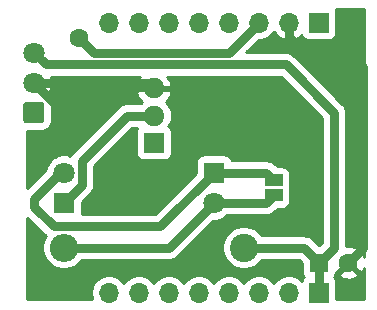
<source format=gbr>
%TF.GenerationSoftware,KiCad,Pcbnew,(5.1.7)-1*%
%TF.CreationDate,2020-12-07T09:32:12+01:00*%
%TF.ProjectId,RcOid,52634f69-642e-46b6-9963-61645f706362,1*%
%TF.SameCoordinates,Original*%
%TF.FileFunction,Copper,L1,Top*%
%TF.FilePolarity,Positive*%
%FSLAX46Y46*%
G04 Gerber Fmt 4.6, Leading zero omitted, Abs format (unit mm)*
G04 Created by KiCad (PCBNEW (5.1.7)-1) date 2020-12-07 09:32:12*
%MOMM*%
%LPD*%
G01*
G04 APERTURE LIST*
%TA.AperFunction,ComponentPad*%
%ADD10O,1.800000X1.717500*%
%TD*%
%TA.AperFunction,ComponentPad*%
%ADD11R,1.800000X1.717500*%
%TD*%
%TA.AperFunction,SMDPad,CuDef*%
%ADD12R,1.500000X1.000000*%
%TD*%
%TA.AperFunction,ComponentPad*%
%ADD13C,1.800000*%
%TD*%
%TA.AperFunction,ComponentPad*%
%ADD14R,1.800000X1.800000*%
%TD*%
%TA.AperFunction,ComponentPad*%
%ADD15R,1.600000X1.600000*%
%TD*%
%TA.AperFunction,ComponentPad*%
%ADD16C,1.600000*%
%TD*%
%TA.AperFunction,ComponentPad*%
%ADD17R,1.700000X1.700000*%
%TD*%
%TA.AperFunction,ComponentPad*%
%ADD18O,1.700000X1.700000*%
%TD*%
%TA.AperFunction,ComponentPad*%
%ADD19C,2.400000*%
%TD*%
%TA.AperFunction,ComponentPad*%
%ADD20O,2.400000X2.400000*%
%TD*%
%TA.AperFunction,ViaPad*%
%ADD21C,1.600000*%
%TD*%
%TA.AperFunction,Conductor*%
%ADD22C,0.800000*%
%TD*%
%TA.AperFunction,Conductor*%
%ADD23C,0.254000*%
%TD*%
%TA.AperFunction,Conductor*%
%ADD24C,0.100000*%
%TD*%
G04 APERTURE END LIST*
D10*
%TO.P,Q1,3*%
%TO.N,GND*%
X134620000Y-99560000D03*
%TO.P,Q1,2*%
%TO.N,Net-(D1-Pad1)*%
X134620000Y-101850000D03*
D11*
%TO.P,Q1,1*%
%TO.N,Net-(J1-Pad4)*%
X134620000Y-104140000D03*
%TD*%
D12*
%TO.P,JP1,1*%
%TO.N,Net-(D2-Pad2)*%
X144780000Y-108600000D03*
%TO.P,JP1,2*%
%TO.N,Net-(D1-Pad2)*%
X144780000Y-107300000D03*
%TD*%
D13*
%TO.P,D2,2*%
%TO.N,Net-(D2-Pad2)*%
X139700000Y-109220000D03*
D14*
%TO.P,D2,1*%
%TO.N,Net-(D1-Pad2)*%
X139700000Y-106680000D03*
%TD*%
D13*
%TO.P,D1,2*%
%TO.N,Net-(D1-Pad2)*%
X127000000Y-106680000D03*
D14*
%TO.P,D1,1*%
%TO.N,Net-(D1-Pad1)*%
X127000000Y-109220000D03*
%TD*%
D15*
%TO.P,C1,1*%
%TO.N,+3V3*%
X148590000Y-114300000D03*
D16*
%TO.P,C1,2*%
%TO.N,GND*%
X151090000Y-114300000D03*
%TD*%
D17*
%TO.P,J1,1*%
%TO.N,Net-(J1-Pad1)*%
X148590000Y-93980000D03*
D18*
%TO.P,J1,2*%
%TO.N,GND*%
X146050000Y-93980000D03*
%TO.P,J1,3*%
%TO.N,Net-(J1-Pad3)*%
X143510000Y-93980000D03*
%TO.P,J1,4*%
%TO.N,Net-(J1-Pad4)*%
X140970000Y-93980000D03*
%TO.P,J1,5*%
%TO.N,Net-(J1-Pad5)*%
X138430000Y-93980000D03*
%TO.P,J1,6*%
%TO.N,Net-(J1-Pad6)*%
X135890000Y-93980000D03*
%TO.P,J1,7*%
%TO.N,Net-(J1-Pad7)*%
X133350000Y-93980000D03*
%TO.P,J1,8*%
%TO.N,Net-(J1-Pad8)*%
X130810000Y-93980000D03*
%TD*%
%TO.P,J2,8*%
%TO.N,Net-(J2-Pad8)*%
X130810000Y-116840000D03*
%TO.P,J2,7*%
%TO.N,Net-(J2-Pad7)*%
X133350000Y-116840000D03*
%TO.P,J2,6*%
%TO.N,Net-(J2-Pad6)*%
X135890000Y-116840000D03*
%TO.P,J2,5*%
%TO.N,Net-(J2-Pad5)*%
X138430000Y-116840000D03*
%TO.P,J2,4*%
%TO.N,Net-(J2-Pad4)*%
X140970000Y-116840000D03*
%TO.P,J2,3*%
%TO.N,Net-(J2-Pad3)*%
X143510000Y-116840000D03*
%TO.P,J2,2*%
%TO.N,Net-(J2-Pad2)*%
X146050000Y-116840000D03*
D17*
%TO.P,J2,1*%
%TO.N,+3V3*%
X148590000Y-116840000D03*
%TD*%
D19*
%TO.P,R1,1*%
%TO.N,+3V3*%
X142240000Y-113030000D03*
D20*
%TO.P,R1,2*%
%TO.N,Net-(D2-Pad2)*%
X127000000Y-113030000D03*
%TD*%
%TO.P,U1,1*%
%TO.N,Net-(J1-Pad3)*%
%TA.AperFunction,ComponentPad*%
G36*
G01*
X125109800Y-102500000D02*
X123810200Y-102500000D01*
G75*
G02*
X123560000Y-102249800I0J250200D01*
G01*
X123560000Y-100950200D01*
G75*
G02*
X123810200Y-100700000I250200J0D01*
G01*
X125109800Y-100700000D01*
G75*
G02*
X125360000Y-100950200I0J-250200D01*
G01*
X125360000Y-102249800D01*
G75*
G02*
X125109800Y-102500000I-250200J0D01*
G01*
G37*
%TD.AperFunction*%
D13*
%TO.P,U1,2*%
%TO.N,GND*%
X124460000Y-99060000D03*
%TO.P,U1,3*%
%TO.N,+3V3*%
X124460000Y-96520000D03*
%TD*%
D21*
%TO.N,GND*%
X128270000Y-102870000D03*
%TO.N,Net-(J1-Pad3)*%
X128270000Y-95250000D03*
%TD*%
D22*
%TO.N,+3V3*%
X147320000Y-113030000D02*
X148590000Y-114300000D01*
X142240000Y-113030000D02*
X147320000Y-113030000D01*
X148590000Y-114300000D02*
X148590000Y-116840000D01*
X149860000Y-113030000D02*
X148590000Y-114300000D01*
X145780010Y-97520010D02*
X149860000Y-101600000D01*
X125460010Y-97520010D02*
X145780010Y-97520010D01*
X149860000Y-101600000D02*
X149860000Y-113030000D01*
X124460000Y-96520000D02*
X125460010Y-97520010D01*
%TO.N,GND*%
X146050000Y-95182081D02*
X147387919Y-96520000D01*
X146050000Y-93980000D02*
X146050000Y-95182081D01*
X147387919Y-96520000D02*
X151130000Y-96520000D01*
X151130000Y-96520000D02*
X152360000Y-97750000D01*
X152360000Y-113030000D02*
X151090000Y-114300000D01*
X152360000Y-97750000D02*
X152360000Y-113030000D01*
X128270000Y-102870000D02*
X124460000Y-99060000D01*
X134120000Y-99060000D02*
X134620000Y-99560000D01*
X124460000Y-99060000D02*
X134120000Y-99060000D01*
%TO.N,Net-(D1-Pad1)*%
X127000000Y-109220000D02*
X127000000Y-108921248D01*
X128500001Y-107719999D02*
X128500001Y-105679999D01*
X127000000Y-109220000D02*
X128500001Y-107719999D01*
X132330000Y-101850000D02*
X134620000Y-101850000D01*
X128500001Y-105679999D02*
X132330000Y-101850000D01*
%TO.N,Net-(D1-Pad2)*%
X144160000Y-106680000D02*
X144780000Y-107300000D01*
X139700000Y-106680000D02*
X144160000Y-106680000D01*
X126129997Y-111229999D02*
X124460000Y-109560002D01*
X135150001Y-111229999D02*
X126129997Y-111229999D01*
X139700000Y-106680000D02*
X135150001Y-111229999D01*
X126659998Y-106680000D02*
X127000000Y-106680000D01*
X124460000Y-108879998D02*
X126659998Y-106680000D01*
X124460000Y-109560002D02*
X124460000Y-108879998D01*
%TO.N,Net-(J1-Pad3)*%
X143510000Y-93980000D02*
X140970000Y-96520000D01*
X140970000Y-96520000D02*
X129540000Y-96520000D01*
X129540000Y-96520000D02*
X128270000Y-95250000D01*
%TO.N,Net-(D2-Pad2)*%
X135890000Y-113030000D02*
X139700000Y-109220000D01*
X127000000Y-113030000D02*
X135890000Y-113030000D01*
X144160000Y-109220000D02*
X144780000Y-108600000D01*
X139700000Y-109220000D02*
X144160000Y-109220000D01*
%TD*%
D23*
%TO.N,GND*%
X152455000Y-113855392D02*
X152393603Y-113683708D01*
X152326671Y-113558486D01*
X152082702Y-113486903D01*
X151269605Y-114300000D01*
X152082702Y-115113097D01*
X152326671Y-115041514D01*
X152447571Y-114786004D01*
X152455000Y-114756366D01*
X152455000Y-117375000D01*
X150078072Y-117375000D01*
X150078072Y-115990000D01*
X150065812Y-115865518D01*
X150029502Y-115745820D01*
X149970537Y-115635506D01*
X149891185Y-115538815D01*
X149867374Y-115519274D01*
X149920537Y-115454494D01*
X149979502Y-115344180D01*
X149995117Y-115292702D01*
X150276903Y-115292702D01*
X150348486Y-115536671D01*
X150603996Y-115657571D01*
X150878184Y-115726300D01*
X151160512Y-115740217D01*
X151440130Y-115698787D01*
X151706292Y-115603603D01*
X151831514Y-115536671D01*
X151903097Y-115292702D01*
X151090000Y-114479605D01*
X150276903Y-115292702D01*
X149995117Y-115292702D01*
X150015812Y-115224482D01*
X150028072Y-115100000D01*
X150028072Y-115092785D01*
X150097298Y-115113097D01*
X150910395Y-114300000D01*
X150896253Y-114285858D01*
X151075858Y-114106253D01*
X151090000Y-114120395D01*
X151903097Y-113307298D01*
X151831514Y-113063329D01*
X151576004Y-112942429D01*
X151301816Y-112873700D01*
X151019488Y-112859783D01*
X150895000Y-112878228D01*
X150895000Y-101650827D01*
X150900006Y-101599999D01*
X150895000Y-101549171D01*
X150895000Y-101549162D01*
X150880024Y-101397105D01*
X150820841Y-101202007D01*
X150774123Y-101114604D01*
X150724734Y-101022202D01*
X150627803Y-100904092D01*
X150595396Y-100864604D01*
X150555908Y-100832197D01*
X146547817Y-96824107D01*
X146515406Y-96784614D01*
X146357807Y-96655276D01*
X146178003Y-96559169D01*
X145982905Y-96499986D01*
X145830848Y-96485010D01*
X145830838Y-96485010D01*
X145780010Y-96480004D01*
X145729182Y-96485010D01*
X142468700Y-96485010D01*
X143488711Y-95465000D01*
X143656260Y-95465000D01*
X143943158Y-95407932D01*
X144213411Y-95295990D01*
X144456632Y-95133475D01*
X144663475Y-94926632D01*
X144785195Y-94744466D01*
X144854822Y-94861355D01*
X145049731Y-95077588D01*
X145283080Y-95251641D01*
X145545901Y-95376825D01*
X145693110Y-95421476D01*
X145923000Y-95300155D01*
X145923000Y-94107000D01*
X145903000Y-94107000D01*
X145903000Y-93853000D01*
X145923000Y-93853000D01*
X145923000Y-93833000D01*
X146177000Y-93833000D01*
X146177000Y-93853000D01*
X146197000Y-93853000D01*
X146197000Y-94107000D01*
X146177000Y-94107000D01*
X146177000Y-95300155D01*
X146406890Y-95421476D01*
X146554099Y-95376825D01*
X146816920Y-95251641D01*
X147050269Y-95077588D01*
X147126034Y-94993534D01*
X147150498Y-95074180D01*
X147209463Y-95184494D01*
X147288815Y-95281185D01*
X147385506Y-95360537D01*
X147495820Y-95419502D01*
X147615518Y-95455812D01*
X147740000Y-95468072D01*
X149440000Y-95468072D01*
X149564482Y-95455812D01*
X149684180Y-95419502D01*
X149794494Y-95360537D01*
X149891185Y-95281185D01*
X149970537Y-95184494D01*
X150029502Y-95074180D01*
X150065812Y-94954482D01*
X150078072Y-94830000D01*
X150078072Y-93130000D01*
X150065812Y-93005518D01*
X150029502Y-92885820D01*
X150007683Y-92845001D01*
X152455001Y-92845001D01*
X152455000Y-113855392D01*
%TA.AperFunction,Conductor*%
D24*
G36*
X152455000Y-113855392D02*
G01*
X152393603Y-113683708D01*
X152326671Y-113558486D01*
X152082702Y-113486903D01*
X151269605Y-114300000D01*
X152082702Y-115113097D01*
X152326671Y-115041514D01*
X152447571Y-114786004D01*
X152455000Y-114756366D01*
X152455000Y-117375000D01*
X150078072Y-117375000D01*
X150078072Y-115990000D01*
X150065812Y-115865518D01*
X150029502Y-115745820D01*
X149970537Y-115635506D01*
X149891185Y-115538815D01*
X149867374Y-115519274D01*
X149920537Y-115454494D01*
X149979502Y-115344180D01*
X149995117Y-115292702D01*
X150276903Y-115292702D01*
X150348486Y-115536671D01*
X150603996Y-115657571D01*
X150878184Y-115726300D01*
X151160512Y-115740217D01*
X151440130Y-115698787D01*
X151706292Y-115603603D01*
X151831514Y-115536671D01*
X151903097Y-115292702D01*
X151090000Y-114479605D01*
X150276903Y-115292702D01*
X149995117Y-115292702D01*
X150015812Y-115224482D01*
X150028072Y-115100000D01*
X150028072Y-115092785D01*
X150097298Y-115113097D01*
X150910395Y-114300000D01*
X150896253Y-114285858D01*
X151075858Y-114106253D01*
X151090000Y-114120395D01*
X151903097Y-113307298D01*
X151831514Y-113063329D01*
X151576004Y-112942429D01*
X151301816Y-112873700D01*
X151019488Y-112859783D01*
X150895000Y-112878228D01*
X150895000Y-101650827D01*
X150900006Y-101599999D01*
X150895000Y-101549171D01*
X150895000Y-101549162D01*
X150880024Y-101397105D01*
X150820841Y-101202007D01*
X150774123Y-101114604D01*
X150724734Y-101022202D01*
X150627803Y-100904092D01*
X150595396Y-100864604D01*
X150555908Y-100832197D01*
X146547817Y-96824107D01*
X146515406Y-96784614D01*
X146357807Y-96655276D01*
X146178003Y-96559169D01*
X145982905Y-96499986D01*
X145830848Y-96485010D01*
X145830838Y-96485010D01*
X145780010Y-96480004D01*
X145729182Y-96485010D01*
X142468700Y-96485010D01*
X143488711Y-95465000D01*
X143656260Y-95465000D01*
X143943158Y-95407932D01*
X144213411Y-95295990D01*
X144456632Y-95133475D01*
X144663475Y-94926632D01*
X144785195Y-94744466D01*
X144854822Y-94861355D01*
X145049731Y-95077588D01*
X145283080Y-95251641D01*
X145545901Y-95376825D01*
X145693110Y-95421476D01*
X145923000Y-95300155D01*
X145923000Y-94107000D01*
X145903000Y-94107000D01*
X145903000Y-93853000D01*
X145923000Y-93853000D01*
X145923000Y-93833000D01*
X146177000Y-93833000D01*
X146177000Y-93853000D01*
X146197000Y-93853000D01*
X146197000Y-94107000D01*
X146177000Y-94107000D01*
X146177000Y-95300155D01*
X146406890Y-95421476D01*
X146554099Y-95376825D01*
X146816920Y-95251641D01*
X147050269Y-95077588D01*
X147126034Y-94993534D01*
X147150498Y-95074180D01*
X147209463Y-95184494D01*
X147288815Y-95281185D01*
X147385506Y-95360537D01*
X147495820Y-95419502D01*
X147615518Y-95455812D01*
X147740000Y-95468072D01*
X149440000Y-95468072D01*
X149564482Y-95455812D01*
X149684180Y-95419502D01*
X149794494Y-95360537D01*
X149891185Y-95281185D01*
X149970537Y-95184494D01*
X150029502Y-95074180D01*
X150065812Y-94954482D01*
X150078072Y-94830000D01*
X150078072Y-93130000D01*
X150065812Y-93005518D01*
X150029502Y-92885820D01*
X150007683Y-92845001D01*
X152455001Y-92845001D01*
X152455000Y-113855392D01*
G37*
%TD.AperFunction*%
D23*
X133322828Y-98753512D02*
X133189622Y-99014027D01*
X133128600Y-99201736D01*
X133249805Y-99433000D01*
X134493000Y-99433000D01*
X134493000Y-99413000D01*
X134747000Y-99413000D01*
X134747000Y-99433000D01*
X135990195Y-99433000D01*
X136111400Y-99201736D01*
X136050378Y-99014027D01*
X135917172Y-98753512D01*
X135760228Y-98555010D01*
X145351300Y-98555010D01*
X148825000Y-102028711D01*
X148825001Y-112601288D01*
X148590000Y-112836289D01*
X148087807Y-112334097D01*
X148055396Y-112294604D01*
X147897797Y-112165266D01*
X147717993Y-112069159D01*
X147522895Y-112009976D01*
X147370838Y-111995000D01*
X147370828Y-111995000D01*
X147320000Y-111989994D01*
X147269172Y-111995000D01*
X143755371Y-111995000D01*
X143665338Y-111860256D01*
X143409744Y-111604662D01*
X143109199Y-111403844D01*
X142775250Y-111265518D01*
X142420732Y-111195000D01*
X142059268Y-111195000D01*
X141704750Y-111265518D01*
X141370801Y-111403844D01*
X141070256Y-111604662D01*
X140814662Y-111860256D01*
X140613844Y-112160801D01*
X140475518Y-112494750D01*
X140405000Y-112849268D01*
X140405000Y-113210732D01*
X140475518Y-113565250D01*
X140613844Y-113899199D01*
X140814662Y-114199744D01*
X141070256Y-114455338D01*
X141370801Y-114656156D01*
X141704750Y-114794482D01*
X142059268Y-114865000D01*
X142420732Y-114865000D01*
X142775250Y-114794482D01*
X143109199Y-114656156D01*
X143409744Y-114455338D01*
X143665338Y-114199744D01*
X143755371Y-114065000D01*
X146891290Y-114065000D01*
X147151928Y-114325638D01*
X147151928Y-115100000D01*
X147164188Y-115224482D01*
X147200498Y-115344180D01*
X147259463Y-115454494D01*
X147312626Y-115519274D01*
X147288815Y-115538815D01*
X147209463Y-115635506D01*
X147150498Y-115745820D01*
X147128487Y-115818380D01*
X146996632Y-115686525D01*
X146753411Y-115524010D01*
X146483158Y-115412068D01*
X146196260Y-115355000D01*
X145903740Y-115355000D01*
X145616842Y-115412068D01*
X145346589Y-115524010D01*
X145103368Y-115686525D01*
X144896525Y-115893368D01*
X144780000Y-116067760D01*
X144663475Y-115893368D01*
X144456632Y-115686525D01*
X144213411Y-115524010D01*
X143943158Y-115412068D01*
X143656260Y-115355000D01*
X143363740Y-115355000D01*
X143076842Y-115412068D01*
X142806589Y-115524010D01*
X142563368Y-115686525D01*
X142356525Y-115893368D01*
X142240000Y-116067760D01*
X142123475Y-115893368D01*
X141916632Y-115686525D01*
X141673411Y-115524010D01*
X141403158Y-115412068D01*
X141116260Y-115355000D01*
X140823740Y-115355000D01*
X140536842Y-115412068D01*
X140266589Y-115524010D01*
X140023368Y-115686525D01*
X139816525Y-115893368D01*
X139700000Y-116067760D01*
X139583475Y-115893368D01*
X139376632Y-115686525D01*
X139133411Y-115524010D01*
X138863158Y-115412068D01*
X138576260Y-115355000D01*
X138283740Y-115355000D01*
X137996842Y-115412068D01*
X137726589Y-115524010D01*
X137483368Y-115686525D01*
X137276525Y-115893368D01*
X137160000Y-116067760D01*
X137043475Y-115893368D01*
X136836632Y-115686525D01*
X136593411Y-115524010D01*
X136323158Y-115412068D01*
X136036260Y-115355000D01*
X135743740Y-115355000D01*
X135456842Y-115412068D01*
X135186589Y-115524010D01*
X134943368Y-115686525D01*
X134736525Y-115893368D01*
X134620000Y-116067760D01*
X134503475Y-115893368D01*
X134296632Y-115686525D01*
X134053411Y-115524010D01*
X133783158Y-115412068D01*
X133496260Y-115355000D01*
X133203740Y-115355000D01*
X132916842Y-115412068D01*
X132646589Y-115524010D01*
X132403368Y-115686525D01*
X132196525Y-115893368D01*
X132080000Y-116067760D01*
X131963475Y-115893368D01*
X131756632Y-115686525D01*
X131513411Y-115524010D01*
X131243158Y-115412068D01*
X130956260Y-115355000D01*
X130663740Y-115355000D01*
X130376842Y-115412068D01*
X130106589Y-115524010D01*
X129863368Y-115686525D01*
X129656525Y-115893368D01*
X129494010Y-116136589D01*
X129382068Y-116406842D01*
X129325000Y-116693740D01*
X129325000Y-116986260D01*
X129382068Y-117273158D01*
X129424252Y-117375000D01*
X123925000Y-117375000D01*
X123925000Y-110488712D01*
X125362194Y-111925907D01*
X125394601Y-111965395D01*
X125434089Y-111997802D01*
X125465521Y-112023597D01*
X125373844Y-112160801D01*
X125235518Y-112494750D01*
X125165000Y-112849268D01*
X125165000Y-113210732D01*
X125235518Y-113565250D01*
X125373844Y-113899199D01*
X125574662Y-114199744D01*
X125830256Y-114455338D01*
X126130801Y-114656156D01*
X126464750Y-114794482D01*
X126819268Y-114865000D01*
X127180732Y-114865000D01*
X127535250Y-114794482D01*
X127869199Y-114656156D01*
X128169744Y-114455338D01*
X128425338Y-114199744D01*
X128515371Y-114065000D01*
X135839172Y-114065000D01*
X135890000Y-114070006D01*
X135940828Y-114065000D01*
X135940838Y-114065000D01*
X136092895Y-114050024D01*
X136287993Y-113990841D01*
X136467797Y-113894734D01*
X136625396Y-113765396D01*
X136657807Y-113725903D01*
X139628711Y-110755000D01*
X139851184Y-110755000D01*
X140147743Y-110696011D01*
X140427095Y-110580299D01*
X140678505Y-110412312D01*
X140835817Y-110255000D01*
X144109172Y-110255000D01*
X144160000Y-110260006D01*
X144210828Y-110255000D01*
X144210838Y-110255000D01*
X144362895Y-110240024D01*
X144557993Y-110180841D01*
X144737797Y-110084734D01*
X144895396Y-109955396D01*
X144927807Y-109915903D01*
X145105638Y-109738072D01*
X145530000Y-109738072D01*
X145654482Y-109725812D01*
X145774180Y-109689502D01*
X145884494Y-109630537D01*
X145981185Y-109551185D01*
X146060537Y-109454494D01*
X146119502Y-109344180D01*
X146155812Y-109224482D01*
X146168072Y-109100000D01*
X146168072Y-108100000D01*
X146155812Y-107975518D01*
X146148071Y-107950000D01*
X146155812Y-107924482D01*
X146168072Y-107800000D01*
X146168072Y-106800000D01*
X146155812Y-106675518D01*
X146119502Y-106555820D01*
X146060537Y-106445506D01*
X145981185Y-106348815D01*
X145884494Y-106269463D01*
X145774180Y-106210498D01*
X145654482Y-106174188D01*
X145530000Y-106161928D01*
X145105638Y-106161928D01*
X144927807Y-105984097D01*
X144895396Y-105944604D01*
X144737797Y-105815266D01*
X144557993Y-105719159D01*
X144362895Y-105659976D01*
X144210838Y-105645000D01*
X144210828Y-105645000D01*
X144160000Y-105639994D01*
X144109172Y-105645000D01*
X141222621Y-105645000D01*
X141189502Y-105535820D01*
X141130537Y-105425506D01*
X141051185Y-105328815D01*
X140954494Y-105249463D01*
X140844180Y-105190498D01*
X140724482Y-105154188D01*
X140600000Y-105141928D01*
X138800000Y-105141928D01*
X138675518Y-105154188D01*
X138555820Y-105190498D01*
X138445506Y-105249463D01*
X138348815Y-105328815D01*
X138269463Y-105425506D01*
X138210498Y-105535820D01*
X138174188Y-105655518D01*
X138161928Y-105780000D01*
X138161928Y-106754361D01*
X134721291Y-110194999D01*
X128530685Y-110194999D01*
X128538072Y-110120000D01*
X128538072Y-109145639D01*
X129195909Y-108487802D01*
X129235397Y-108455395D01*
X129267804Y-108415907D01*
X129364735Y-108297797D01*
X129424570Y-108185852D01*
X129460842Y-108117992D01*
X129520025Y-107922894D01*
X129535001Y-107770837D01*
X129535001Y-107770834D01*
X129540008Y-107719999D01*
X129535001Y-107669164D01*
X129535001Y-106108709D01*
X132758711Y-102885000D01*
X133223731Y-102885000D01*
X133189463Y-102926756D01*
X133130498Y-103037070D01*
X133094188Y-103156768D01*
X133081928Y-103281250D01*
X133081928Y-104998750D01*
X133094188Y-105123232D01*
X133130498Y-105242930D01*
X133189463Y-105353244D01*
X133268815Y-105449935D01*
X133365506Y-105529287D01*
X133475820Y-105588252D01*
X133595518Y-105624562D01*
X133720000Y-105636822D01*
X135520000Y-105636822D01*
X135644482Y-105624562D01*
X135764180Y-105588252D01*
X135874494Y-105529287D01*
X135971185Y-105449935D01*
X136050537Y-105353244D01*
X136109502Y-105242930D01*
X136145812Y-105123232D01*
X136158072Y-104998750D01*
X136158072Y-103281250D01*
X136145812Y-103156768D01*
X136109502Y-103037070D01*
X136050537Y-102926756D01*
X135971185Y-102830065D01*
X135874494Y-102750713D01*
X135860550Y-102743260D01*
X135909267Y-102683898D01*
X136047972Y-102424399D01*
X136133386Y-102142826D01*
X136162227Y-101850000D01*
X136133386Y-101557174D01*
X136047972Y-101275601D01*
X135909267Y-101016102D01*
X135722601Y-100788649D01*
X135614079Y-100699587D01*
X135735702Y-100596010D01*
X135917172Y-100366488D01*
X136050378Y-100105973D01*
X136111400Y-99918264D01*
X135990195Y-99687000D01*
X134747000Y-99687000D01*
X134747000Y-99707000D01*
X134493000Y-99707000D01*
X134493000Y-99687000D01*
X133249805Y-99687000D01*
X133128600Y-99918264D01*
X133189622Y-100105973D01*
X133322828Y-100366488D01*
X133504298Y-100596010D01*
X133625921Y-100699587D01*
X133517399Y-100788649D01*
X133495773Y-100815000D01*
X132380835Y-100815000D01*
X132330000Y-100809993D01*
X132279165Y-100815000D01*
X132279162Y-100815000D01*
X132127105Y-100829976D01*
X131977415Y-100875385D01*
X131932006Y-100889159D01*
X131752202Y-100985266D01*
X131634092Y-101082197D01*
X131594604Y-101114604D01*
X131562197Y-101154092D01*
X127804093Y-104912197D01*
X127764606Y-104944603D01*
X127732199Y-104984091D01*
X127732198Y-104984092D01*
X127635267Y-105102202D01*
X127556731Y-105249134D01*
X127447743Y-105203989D01*
X127151184Y-105145000D01*
X126848816Y-105145000D01*
X126552257Y-105203989D01*
X126272905Y-105319701D01*
X126021495Y-105487688D01*
X125807688Y-105701495D01*
X125639701Y-105952905D01*
X125523989Y-106232257D01*
X125494183Y-106382105D01*
X123925000Y-107951288D01*
X123925000Y-103138072D01*
X125109800Y-103138072D01*
X125283093Y-103121004D01*
X125449727Y-103070456D01*
X125603297Y-102988371D01*
X125737903Y-102877903D01*
X125848371Y-102743297D01*
X125930456Y-102589727D01*
X125981004Y-102423093D01*
X125998072Y-102249800D01*
X125998072Y-100950200D01*
X125981004Y-100776907D01*
X125930456Y-100610273D01*
X125848371Y-100456703D01*
X125737903Y-100322097D01*
X125603297Y-100211629D01*
X125449727Y-100129544D01*
X125306488Y-100086093D01*
X124460000Y-99239605D01*
X124445858Y-99253748D01*
X124266253Y-99074143D01*
X124280395Y-99060000D01*
X124266253Y-99045858D01*
X124445858Y-98866253D01*
X124460000Y-98880395D01*
X124474143Y-98866253D01*
X124653748Y-99045858D01*
X124639605Y-99060000D01*
X125524080Y-99944475D01*
X125778261Y-99860792D01*
X125909158Y-99588225D01*
X125984365Y-99295358D01*
X126000991Y-98993447D01*
X125958397Y-98694093D01*
X125909561Y-98555010D01*
X133479772Y-98555010D01*
X133322828Y-98753512D01*
%TA.AperFunction,Conductor*%
D24*
G36*
X133322828Y-98753512D02*
G01*
X133189622Y-99014027D01*
X133128600Y-99201736D01*
X133249805Y-99433000D01*
X134493000Y-99433000D01*
X134493000Y-99413000D01*
X134747000Y-99413000D01*
X134747000Y-99433000D01*
X135990195Y-99433000D01*
X136111400Y-99201736D01*
X136050378Y-99014027D01*
X135917172Y-98753512D01*
X135760228Y-98555010D01*
X145351300Y-98555010D01*
X148825000Y-102028711D01*
X148825001Y-112601288D01*
X148590000Y-112836289D01*
X148087807Y-112334097D01*
X148055396Y-112294604D01*
X147897797Y-112165266D01*
X147717993Y-112069159D01*
X147522895Y-112009976D01*
X147370838Y-111995000D01*
X147370828Y-111995000D01*
X147320000Y-111989994D01*
X147269172Y-111995000D01*
X143755371Y-111995000D01*
X143665338Y-111860256D01*
X143409744Y-111604662D01*
X143109199Y-111403844D01*
X142775250Y-111265518D01*
X142420732Y-111195000D01*
X142059268Y-111195000D01*
X141704750Y-111265518D01*
X141370801Y-111403844D01*
X141070256Y-111604662D01*
X140814662Y-111860256D01*
X140613844Y-112160801D01*
X140475518Y-112494750D01*
X140405000Y-112849268D01*
X140405000Y-113210732D01*
X140475518Y-113565250D01*
X140613844Y-113899199D01*
X140814662Y-114199744D01*
X141070256Y-114455338D01*
X141370801Y-114656156D01*
X141704750Y-114794482D01*
X142059268Y-114865000D01*
X142420732Y-114865000D01*
X142775250Y-114794482D01*
X143109199Y-114656156D01*
X143409744Y-114455338D01*
X143665338Y-114199744D01*
X143755371Y-114065000D01*
X146891290Y-114065000D01*
X147151928Y-114325638D01*
X147151928Y-115100000D01*
X147164188Y-115224482D01*
X147200498Y-115344180D01*
X147259463Y-115454494D01*
X147312626Y-115519274D01*
X147288815Y-115538815D01*
X147209463Y-115635506D01*
X147150498Y-115745820D01*
X147128487Y-115818380D01*
X146996632Y-115686525D01*
X146753411Y-115524010D01*
X146483158Y-115412068D01*
X146196260Y-115355000D01*
X145903740Y-115355000D01*
X145616842Y-115412068D01*
X145346589Y-115524010D01*
X145103368Y-115686525D01*
X144896525Y-115893368D01*
X144780000Y-116067760D01*
X144663475Y-115893368D01*
X144456632Y-115686525D01*
X144213411Y-115524010D01*
X143943158Y-115412068D01*
X143656260Y-115355000D01*
X143363740Y-115355000D01*
X143076842Y-115412068D01*
X142806589Y-115524010D01*
X142563368Y-115686525D01*
X142356525Y-115893368D01*
X142240000Y-116067760D01*
X142123475Y-115893368D01*
X141916632Y-115686525D01*
X141673411Y-115524010D01*
X141403158Y-115412068D01*
X141116260Y-115355000D01*
X140823740Y-115355000D01*
X140536842Y-115412068D01*
X140266589Y-115524010D01*
X140023368Y-115686525D01*
X139816525Y-115893368D01*
X139700000Y-116067760D01*
X139583475Y-115893368D01*
X139376632Y-115686525D01*
X139133411Y-115524010D01*
X138863158Y-115412068D01*
X138576260Y-115355000D01*
X138283740Y-115355000D01*
X137996842Y-115412068D01*
X137726589Y-115524010D01*
X137483368Y-115686525D01*
X137276525Y-115893368D01*
X137160000Y-116067760D01*
X137043475Y-115893368D01*
X136836632Y-115686525D01*
X136593411Y-115524010D01*
X136323158Y-115412068D01*
X136036260Y-115355000D01*
X135743740Y-115355000D01*
X135456842Y-115412068D01*
X135186589Y-115524010D01*
X134943368Y-115686525D01*
X134736525Y-115893368D01*
X134620000Y-116067760D01*
X134503475Y-115893368D01*
X134296632Y-115686525D01*
X134053411Y-115524010D01*
X133783158Y-115412068D01*
X133496260Y-115355000D01*
X133203740Y-115355000D01*
X132916842Y-115412068D01*
X132646589Y-115524010D01*
X132403368Y-115686525D01*
X132196525Y-115893368D01*
X132080000Y-116067760D01*
X131963475Y-115893368D01*
X131756632Y-115686525D01*
X131513411Y-115524010D01*
X131243158Y-115412068D01*
X130956260Y-115355000D01*
X130663740Y-115355000D01*
X130376842Y-115412068D01*
X130106589Y-115524010D01*
X129863368Y-115686525D01*
X129656525Y-115893368D01*
X129494010Y-116136589D01*
X129382068Y-116406842D01*
X129325000Y-116693740D01*
X129325000Y-116986260D01*
X129382068Y-117273158D01*
X129424252Y-117375000D01*
X123925000Y-117375000D01*
X123925000Y-110488712D01*
X125362194Y-111925907D01*
X125394601Y-111965395D01*
X125434089Y-111997802D01*
X125465521Y-112023597D01*
X125373844Y-112160801D01*
X125235518Y-112494750D01*
X125165000Y-112849268D01*
X125165000Y-113210732D01*
X125235518Y-113565250D01*
X125373844Y-113899199D01*
X125574662Y-114199744D01*
X125830256Y-114455338D01*
X126130801Y-114656156D01*
X126464750Y-114794482D01*
X126819268Y-114865000D01*
X127180732Y-114865000D01*
X127535250Y-114794482D01*
X127869199Y-114656156D01*
X128169744Y-114455338D01*
X128425338Y-114199744D01*
X128515371Y-114065000D01*
X135839172Y-114065000D01*
X135890000Y-114070006D01*
X135940828Y-114065000D01*
X135940838Y-114065000D01*
X136092895Y-114050024D01*
X136287993Y-113990841D01*
X136467797Y-113894734D01*
X136625396Y-113765396D01*
X136657807Y-113725903D01*
X139628711Y-110755000D01*
X139851184Y-110755000D01*
X140147743Y-110696011D01*
X140427095Y-110580299D01*
X140678505Y-110412312D01*
X140835817Y-110255000D01*
X144109172Y-110255000D01*
X144160000Y-110260006D01*
X144210828Y-110255000D01*
X144210838Y-110255000D01*
X144362895Y-110240024D01*
X144557993Y-110180841D01*
X144737797Y-110084734D01*
X144895396Y-109955396D01*
X144927807Y-109915903D01*
X145105638Y-109738072D01*
X145530000Y-109738072D01*
X145654482Y-109725812D01*
X145774180Y-109689502D01*
X145884494Y-109630537D01*
X145981185Y-109551185D01*
X146060537Y-109454494D01*
X146119502Y-109344180D01*
X146155812Y-109224482D01*
X146168072Y-109100000D01*
X146168072Y-108100000D01*
X146155812Y-107975518D01*
X146148071Y-107950000D01*
X146155812Y-107924482D01*
X146168072Y-107800000D01*
X146168072Y-106800000D01*
X146155812Y-106675518D01*
X146119502Y-106555820D01*
X146060537Y-106445506D01*
X145981185Y-106348815D01*
X145884494Y-106269463D01*
X145774180Y-106210498D01*
X145654482Y-106174188D01*
X145530000Y-106161928D01*
X145105638Y-106161928D01*
X144927807Y-105984097D01*
X144895396Y-105944604D01*
X144737797Y-105815266D01*
X144557993Y-105719159D01*
X144362895Y-105659976D01*
X144210838Y-105645000D01*
X144210828Y-105645000D01*
X144160000Y-105639994D01*
X144109172Y-105645000D01*
X141222621Y-105645000D01*
X141189502Y-105535820D01*
X141130537Y-105425506D01*
X141051185Y-105328815D01*
X140954494Y-105249463D01*
X140844180Y-105190498D01*
X140724482Y-105154188D01*
X140600000Y-105141928D01*
X138800000Y-105141928D01*
X138675518Y-105154188D01*
X138555820Y-105190498D01*
X138445506Y-105249463D01*
X138348815Y-105328815D01*
X138269463Y-105425506D01*
X138210498Y-105535820D01*
X138174188Y-105655518D01*
X138161928Y-105780000D01*
X138161928Y-106754361D01*
X134721291Y-110194999D01*
X128530685Y-110194999D01*
X128538072Y-110120000D01*
X128538072Y-109145639D01*
X129195909Y-108487802D01*
X129235397Y-108455395D01*
X129267804Y-108415907D01*
X129364735Y-108297797D01*
X129424570Y-108185852D01*
X129460842Y-108117992D01*
X129520025Y-107922894D01*
X129535001Y-107770837D01*
X129535001Y-107770834D01*
X129540008Y-107719999D01*
X129535001Y-107669164D01*
X129535001Y-106108709D01*
X132758711Y-102885000D01*
X133223731Y-102885000D01*
X133189463Y-102926756D01*
X133130498Y-103037070D01*
X133094188Y-103156768D01*
X133081928Y-103281250D01*
X133081928Y-104998750D01*
X133094188Y-105123232D01*
X133130498Y-105242930D01*
X133189463Y-105353244D01*
X133268815Y-105449935D01*
X133365506Y-105529287D01*
X133475820Y-105588252D01*
X133595518Y-105624562D01*
X133720000Y-105636822D01*
X135520000Y-105636822D01*
X135644482Y-105624562D01*
X135764180Y-105588252D01*
X135874494Y-105529287D01*
X135971185Y-105449935D01*
X136050537Y-105353244D01*
X136109502Y-105242930D01*
X136145812Y-105123232D01*
X136158072Y-104998750D01*
X136158072Y-103281250D01*
X136145812Y-103156768D01*
X136109502Y-103037070D01*
X136050537Y-102926756D01*
X135971185Y-102830065D01*
X135874494Y-102750713D01*
X135860550Y-102743260D01*
X135909267Y-102683898D01*
X136047972Y-102424399D01*
X136133386Y-102142826D01*
X136162227Y-101850000D01*
X136133386Y-101557174D01*
X136047972Y-101275601D01*
X135909267Y-101016102D01*
X135722601Y-100788649D01*
X135614079Y-100699587D01*
X135735702Y-100596010D01*
X135917172Y-100366488D01*
X136050378Y-100105973D01*
X136111400Y-99918264D01*
X135990195Y-99687000D01*
X134747000Y-99687000D01*
X134747000Y-99707000D01*
X134493000Y-99707000D01*
X134493000Y-99687000D01*
X133249805Y-99687000D01*
X133128600Y-99918264D01*
X133189622Y-100105973D01*
X133322828Y-100366488D01*
X133504298Y-100596010D01*
X133625921Y-100699587D01*
X133517399Y-100788649D01*
X133495773Y-100815000D01*
X132380835Y-100815000D01*
X132330000Y-100809993D01*
X132279165Y-100815000D01*
X132279162Y-100815000D01*
X132127105Y-100829976D01*
X131977415Y-100875385D01*
X131932006Y-100889159D01*
X131752202Y-100985266D01*
X131634092Y-101082197D01*
X131594604Y-101114604D01*
X131562197Y-101154092D01*
X127804093Y-104912197D01*
X127764606Y-104944603D01*
X127732199Y-104984091D01*
X127732198Y-104984092D01*
X127635267Y-105102202D01*
X127556731Y-105249134D01*
X127447743Y-105203989D01*
X127151184Y-105145000D01*
X126848816Y-105145000D01*
X126552257Y-105203989D01*
X126272905Y-105319701D01*
X126021495Y-105487688D01*
X125807688Y-105701495D01*
X125639701Y-105952905D01*
X125523989Y-106232257D01*
X125494183Y-106382105D01*
X123925000Y-107951288D01*
X123925000Y-103138072D01*
X125109800Y-103138072D01*
X125283093Y-103121004D01*
X125449727Y-103070456D01*
X125603297Y-102988371D01*
X125737903Y-102877903D01*
X125848371Y-102743297D01*
X125930456Y-102589727D01*
X125981004Y-102423093D01*
X125998072Y-102249800D01*
X125998072Y-100950200D01*
X125981004Y-100776907D01*
X125930456Y-100610273D01*
X125848371Y-100456703D01*
X125737903Y-100322097D01*
X125603297Y-100211629D01*
X125449727Y-100129544D01*
X125306488Y-100086093D01*
X124460000Y-99239605D01*
X124445858Y-99253748D01*
X124266253Y-99074143D01*
X124280395Y-99060000D01*
X124266253Y-99045858D01*
X124445858Y-98866253D01*
X124460000Y-98880395D01*
X124474143Y-98866253D01*
X124653748Y-99045858D01*
X124639605Y-99060000D01*
X125524080Y-99944475D01*
X125778261Y-99860792D01*
X125909158Y-99588225D01*
X125984365Y-99295358D01*
X126000991Y-98993447D01*
X125958397Y-98694093D01*
X125909561Y-98555010D01*
X133479772Y-98555010D01*
X133322828Y-98753512D01*
G37*
%TD.AperFunction*%
%TD*%
M02*

</source>
